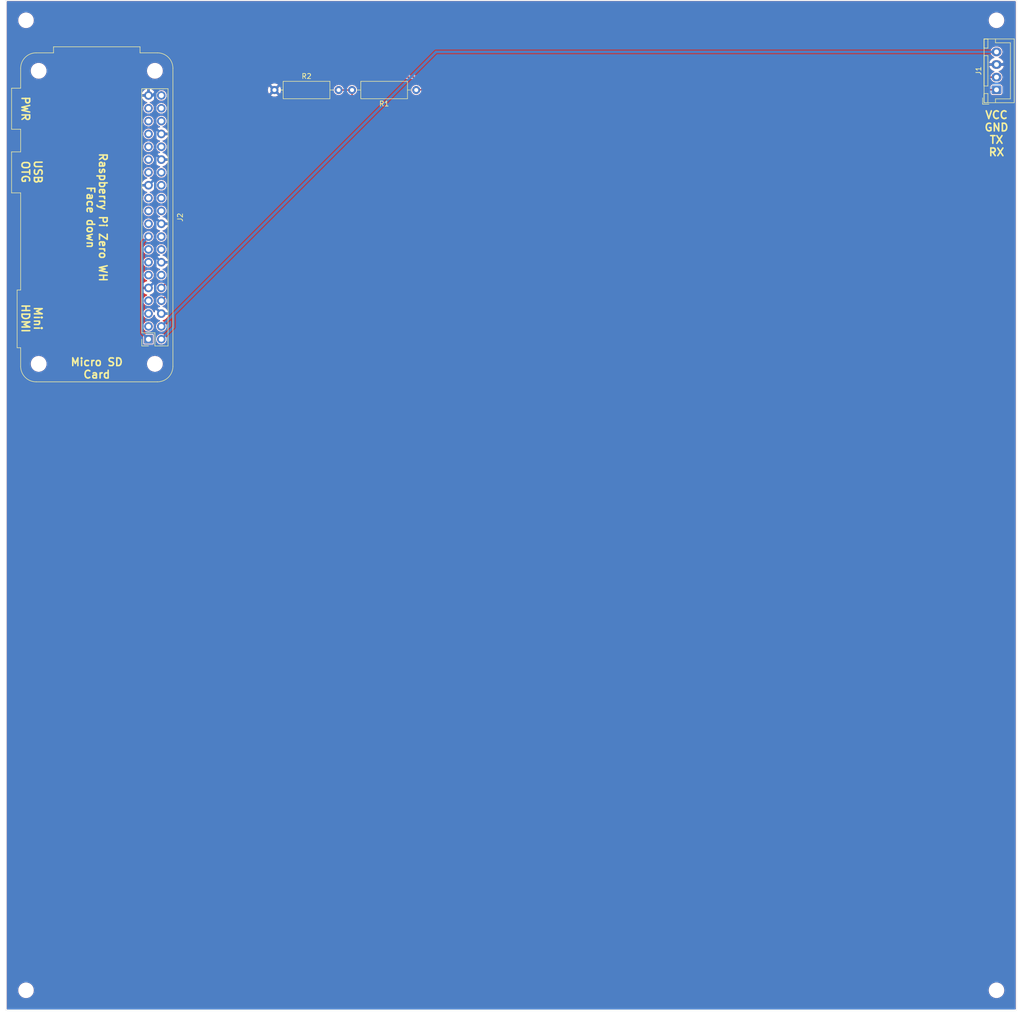
<source format=kicad_pcb>
(kicad_pcb (version 20240108) (generator "pcbnew") (generator_version "8.0")
  (title_block (rev "1"))
  (layers (0 "F.Cu" mixed) (31 "B.Cu" mixed) (34 "B.Paste" user) (35 "F.Paste" user) (36 "B.SilkS" user "B.Silkscreen") (37 "F.SilkS" user "F.Silkscreen") (38 "B.Mask" user) (39 "F.Mask" user) (44 "Edge.Cuts" user))
  (net 0 "")
  (net 1 "GND")
  (net 2 "+5V")
  (net 3 "+3.3V")
  (net 30 "/RX")
  (net 31 "/TX")
  (net 32 "Net-(J1-Pin_1)")
  (footprint "MountingHole:MountingHole_2.7mm_M2.5" (layer "F.Cu") (at 246 54)
    (property "Reference" "H2" (hide yes))
    (property "Value" "MountingHole")
    (pad "" np_thru_hole circle (at 0 0) (size 2.7 2.7) (drill 2.7) (layers "*.Cu" "*.Mask"))
  )
  (footprint "Project Library:Raspberry_Pi_Zero_Socketed_THT_FaceDown_MountingHoles" (layer "F.Cu") (at 68 93)
    (property "Reference" "J2" (at 16.5 0 90) (layer "F.SilkS"))
    (property "Value" "Raspberry_Pi_0")
    (fp_line (start -16.86 -25.56) (end -16.86 -17.44) (stroke (width 0.12)) (layer "F.SilkS"))
    (fp_line (start -16.86 -17.44) (end -15.06 -17.44) (stroke (width 0.12)) (layer "F.SilkS"))
    (fp_line (start -16.86 -12.96) (end -16.86 -4.84) (stroke (width 0.12)) (layer "F.SilkS"))
    (fp_line (start -16.86 -4.84) (end -15.06 -4.84) (stroke (width 0.12)) (layer "F.SilkS"))
    (fp_line (start -15.76 14.39) (end -15.76 25.81) (stroke (width 0.12)) (layer "F.SilkS"))
    (fp_line (start -15.76 25.81) (end -15.06 25.81) (stroke (width 0.12)) (layer "F.SilkS"))
    (fp_line (start -15.06 -29.5) (end -15.06 -25.56) (stroke (width 0.12)) (layer "F.SilkS"))
    (fp_line (start -15.06 -25.56) (end -16.86 -25.56) (stroke (width 0.12)) (layer "F.SilkS"))
    (fp_line (start -15.06 -17.44) (end -15.06 -12.96) (stroke (width 0.12)) (layer "F.SilkS"))
    (fp_line (start -15.06 -12.96) (end -16.86 -12.96) (stroke (width 0.12)) (layer "F.SilkS"))
    (fp_line (start -15.06 -4.84) (end -15.06 14.39) (stroke (width 0.12)) (layer "F.SilkS"))
    (fp_line (start -15.06 14.39) (end -15.76 14.39) (stroke (width 0.12)) (layer "F.SilkS"))
    (fp_line (start -15.06 25.81) (end -15.06 29.5) (stroke (width 0.12)) (layer "F.SilkS"))
    (fp_line (start -8.56 -33.76) (end -8.56 -32.56) (stroke (width 0.12)) (layer "F.SilkS"))
    (fp_line (start -8.56 -32.56) (end -12 -32.56) (stroke (width 0.12)) (layer "F.SilkS"))
    (fp_line (start 8.56 -33.76) (end -8.56 -33.76) (stroke (width 0.12)) (layer "F.SilkS"))
    (fp_line (start 8.56 -32.56) (end 8.56 -33.76) (stroke (width 0.12)) (layer "F.SilkS"))
    (fp_line (start 8.56 -32.56) (end 12 -32.56) (stroke (width 0.12)) (layer "F.SilkS"))
    (fp_line (start 8.9 22.86) (end 8.9 -25.46) (stroke (width 0.12)) (layer "F.SilkS"))
    (fp_line (start 8.9 25.46) (end 8.9 24.13) (stroke (width 0.12)) (layer "F.SilkS"))
    (fp_line (start 10.23 25.46) (end 8.9 25.46) (stroke (width 0.12)) (layer "F.SilkS"))
    (fp_line (start 11.5 22.86) (end 8.9 22.86) (stroke (width 0.12)) (layer "F.SilkS"))
    (fp_line (start 11.5 25.46) (end 11.5 22.86) (stroke (width 0.12)) (layer "F.SilkS"))
    (fp_line (start 12 32.56) (end -12 32.56) (stroke (width 0.12)) (layer "F.SilkS"))
    (fp_line (start 14.1 -25.46) (end 8.9 -25.46) (stroke (width 0.12)) (layer "F.SilkS"))
    (fp_line (start 14.1 25.46) (end 11.5 25.46) (stroke (width 0.12)) (layer "F.SilkS"))
    (fp_line (start 14.1 25.46) (end 14.1 -25.46) (stroke (width 0.12)) (layer "F.SilkS"))
    (fp_line (start 15.06 -29.5) (end 15.06 29.5) (stroke (width 0.12)) (layer "F.SilkS"))
    (fp_arc (start -15.06 -29.5) (mid -14.163747 -31.663747) (end -12 -32.56) (stroke (width 0.12)) (layer "F.SilkS"))
    (fp_arc (start -12 32.56) (mid -14.163747 31.663747) (end -15.06 29.5) (stroke (width 0.12)) (layer "F.SilkS"))
    (fp_arc (start 12 -32.56) (mid 14.163747 -31.663747) (end 15.06 -29.5) (stroke (width 0.12)) (layer "F.SilkS"))
    (fp_arc (start 15.06 29.5) (mid 14.163747 31.663747) (end 12 32.56) (stroke (width 0.12)) (layer "F.SilkS"))
    (pad "" np_thru_hole circle (at -11.5 -29 270) (size 2.75 2.75) (drill 2.75) (layers "*.Cu" "*.Mask"))
    (pad "" np_thru_hole circle (at -11.5 29 270) (size 2.75 2.75) (drill 2.75) (layers "*.Cu" "*.Mask"))
    (pad "" np_thru_hole circle (at 11.5 -29 270) (size 2.75 2.75) (drill 2.75) (layers "*.Cu" "*.Mask"))
    (pad "" np_thru_hole circle (at 11.5 29 270) (size 2.75 2.75) (drill 2.75) (layers "*.Cu" "*.Mask"))
    (pad "1" thru_hole rect (at 10.23 24.13 180) (size 1.7 1.7) (drill 1) (layers "*.Cu" "*.Mask") (net 3 "+3.3V"))
    (pad "2" thru_hole oval (at 12.77 24.13 180) (size 1.7 1.7) (drill 1) (layers "*.Cu" "*.Mask") (net 2 "+5V"))
    (pad "3" thru_hole oval (at 10.23 21.59 180) (size 1.7 1.7) (drill 1) (layers "*.Cu" "*.Mask"))
    (pad "4" thru_hole oval (at 12.77 21.59 180) (size 1.7 1.7) (drill 1) (layers "*.Cu" "*.Mask") (net 2 "+5V"))
    (pad "5" thru_hole oval (at 10.23 19.05 180) (size 1.7 1.7) (drill 1) (layers "*.Cu" "*.Mask"))
    (pad "6" thru_hole oval (at 12.77 19.05 180) (size 1.7 1.7) (drill 1) (layers "*.Cu" "*.Mask") (net 1 "GND"))
    (pad "7" thru_hole oval (at 10.23 16.51 180) (size 1.7 1.7) (drill 1) (layers "*.Cu" "*.Mask"))
    (pad "8" thru_hole oval (at 12.77 16.51 180) (size 1.7 1.7) (drill 1) (layers "*.Cu" "*.Mask") (net 31 "/TX"))
    (pad "9" thru_hole oval (at 10.23 13.97 180) (size 1.7 1.7) (drill 1) (layers "*.Cu" "*.Mask") (net 1 "GND"))
    (pad "10" thru_hole oval (at 12.77 13.97 180) (size 1.7 1.7) (drill 1) (layers "*.Cu" "*.Mask") (net 30 "/RX"))
    (pad "11" thru_hole oval (at 10.23 11.43 180) (size 1.7 1.7) (drill 1) (layers "*.Cu" "*.Mask"))
    (pad "12" thru_hole oval (at 12.77 11.43 180) (size 1.7 1.7) (drill 1) (layers "*.Cu" "*.Mask"))
    (pad "13" thru_hole oval (at 10.23 8.89 180) (size 1.7 1.7) (drill 1) (layers "*.Cu" "*.Mask"))
    (pad "14" thru_hole oval (at 12.77 8.89 180) (size 1.7 1.7) (drill 1) (layers "*.Cu" "*.Mask") (net 1 "GND"))
    (pad "15" thru_hole oval (at 10.23 6.35 180) (size 1.7 1.7) (drill 1) (layers "*.Cu" "*.Mask"))
    (pad "16" thru_hole oval (at 12.77 6.35 180) (size 1.7 1.7) (drill 1) (layers "*.Cu" "*.Mask"))
    (pad "17" thru_hole oval (at 10.23 3.81 180) (size 1.7 1.7) (drill 1) (layers "*.Cu" "*.Mask") (net 3 "+3.3V"))
    (pad "18" thru_hole oval (at 12.77 3.81 180) (size 1.7 1.7) (drill 1) (layers "*.Cu" "*.Mask"))
    (pad "19" thru_hole oval (at 10.23 1.27 180) (size 1.7 1.7) (drill 1) (layers "*.Cu" "*.Mask"))
    (pad "20" thru_hole oval (at 12.77 1.27 180) (size 1.7 1.7) (drill 1) (layers "*.Cu" "*.Mask") (net 1 "GND"))
    (pad "21" thru_hole oval (at 10.23 -1.27 180) (size 1.7 1.7) (drill 1) (layers "*.Cu" "*.Mask"))
    (pad "22" thru_hole oval (at 12.77 -1.27 180) (size 1.7 1.7) (drill 1) (layers "*.Cu" "*.Mask"))
    (pad "23" thru_hole oval (at 10.23 -3.81 180) (size 1.7 1.7) (drill 1) (layers "*.Cu" "*.Mask"))
    (pad "24" thru_hole oval (at 12.77 -3.81 180) (size 1.7 1.7) (drill 1) (layers "*.Cu" "*.Mask"))
    (pad "25" thru_hole oval (at 10.23 -6.35 180) (size 1.7 1.7) (drill 1) (layers "*.Cu" "*.Mask") (net 1 "GND"))
    (pad "26" thru_hole oval (at 12.77 -6.35 180) (size 1.7 1.7) (drill 1) (layers "*.Cu" "*.Mask"))
    (pad "27" thru_hole oval (at 10.23 -8.89 180) (size 1.7 1.7) (drill 1) (layers "*.Cu" "*.Mask"))
    (pad "28" thru_hole oval (at 12.77 -8.89 180) (size 1.7 1.7) (drill 1) (layers "*.Cu" "*.Mask"))
    (pad "29" thru_hole oval (at 10.23 -11.43 180) (size 1.7 1.7) (drill 1) (layers "*.Cu" "*.Mask"))
    (pad "30" thru_hole oval (at 12.77 -11.43 180) (size 1.7 1.7) (drill 1) (layers "*.Cu" "*.Mask") (net 1 "GND"))
    (pad "31" thru_hole oval (at 10.23 -13.97 180) (size 1.7 1.7) (drill 1) (layers "*.Cu" "*.Mask"))
    (pad "32" thru_hole oval (at 12.77 -13.97 180) (size 1.7 1.7) (drill 1) (layers "*.Cu" "*.Mask"))
    (pad "33" thru_hole oval (at 10.23 -16.51 180) (size 1.7 1.7) (drill 1) (layers "*.Cu" "*.Mask"))
    (pad "34" thru_hole oval (at 12.77 -16.51 180) (size 1.7 1.7) (drill 1) (layers "*.Cu" "*.Mask") (net 1 "GND"))
    (pad "35" thru_hole oval (at 10.23 -19.05 180) (size 1.7 1.7) (drill 1) (layers "*.Cu" "*.Mask"))
    (pad "36" thru_hole oval (at 12.77 -19.05 180) (size 1.7 1.7) (drill 1) (layers "*.Cu" "*.Mask"))
    (pad "37" thru_hole oval (at 10.23 -21.59 180) (size 1.7 1.7) (drill 1) (layers "*.Cu" "*.Mask"))
    (pad "38" thru_hole oval (at 12.77 -21.59 180) (size 1.7 1.7) (drill 1) (layers "*.Cu" "*.Mask"))
    (pad "39" thru_hole oval (at 10.23 -24.13 180) (size 1.7 1.7) (drill 1) (layers "*.Cu" "*.Mask") (net 1 "GND"))
    (pad "40" thru_hole oval (at 12.77 -24.13 180) (size 1.7 1.7) (drill 1) (layers "*.Cu" "*.Mask"))
  )
  (footprint "Connector_JST:JST_XH_B4B-XH-A_1x04_P2.50mm_Vertical" (layer "F.Cu") (at 246 67.75 90)
    (property "Reference" "J1" (at 3.75 -3.55 90) (layer "F.SilkS"))
    (property "Value" "Conn_01x04_Pin")
    (fp_line (start -1.6 -2.75) (end -2.85 -2.75) (stroke (width 0.12)) (layer "F.SilkS"))
    (fp_line (start -2.85 -2.75) (end -2.85 -1.5) (stroke (width 0.12)) (layer "F.SilkS"))
    (fp_line (start 10.06 -2.46) (end -2.56 -2.46) (stroke (width 0.12)) (layer "F.SilkS"))
    (fp_line (start -2.56 -2.46) (end -2.56 3.51) (stroke (width 0.12)) (layer "F.SilkS"))
    (fp_line (start 10.05 -2.45) (end 8.25 -2.45) (stroke (width 0.12)) (layer "F.SilkS"))
    (fp_line (start 8.25 -2.45) (end 8.25 -1.7) (stroke (width 0.12)) (layer "F.SilkS"))
    (fp_line (start 6.75 -2.45) (end 0.75 -2.45) (stroke (width 0.12)) (layer "F.SilkS"))
    (fp_line (start 0.75 -2.45) (end 0.75 -1.7) (stroke (width 0.12)) (layer "F.SilkS"))
    (fp_line (start -0.75 -2.45) (end -2.55 -2.45) (stroke (width 0.12)) (layer "F.SilkS"))
    (fp_line (start -2.55 -2.45) (end -2.55 -1.7) (stroke (width 0.12)) (layer "F.SilkS"))
    (fp_line (start 10.05 -1.7) (end 10.05 -2.45) (stroke (width 0.12)) (layer "F.SilkS"))
    (fp_line (start 8.25 -1.7) (end 10.05 -1.7) (stroke (width 0.12)) (layer "F.SilkS"))
    (fp_line (start 6.75 -1.7) (end 6.75 -2.45) (stroke (width 0.12)) (layer "F.SilkS"))
    (fp_line (start 0.75 -1.7) (end 6.75 -1.7) (stroke (width 0.12)) (layer "F.SilkS"))
    (fp_line (start -0.75 -1.7) (end -0.75 -2.45) (stroke (width 0.12)) (layer "F.SilkS"))
    (fp_line (start -2.55 -1.7) (end -0.75 -1.7) (stroke (width 0.12)) (layer "F.SilkS"))
    (fp_line (start 10.05 -0.2) (end 9.3 -0.2) (stroke (width 0.12)) (layer "F.SilkS"))
    (fp_line (start 9.3 -0.2) (end 9.3 2.75) (stroke (width 0.12)) (layer "F.SilkS"))
    (fp_line (start -1.8 -0.2) (end -1.8 2.75) (stroke (width 0.12)) (layer "F.SilkS"))
    (fp_line (start -2.55 -0.2) (end -1.8 -0.2) (stroke (width 0.12)) (layer "F.SilkS"))
    (fp_line (start 9.3 2.75) (end 3.75 2.75) (stroke (width 0.12)) (layer "F.SilkS"))
    (fp_line (start -1.8 2.75) (end 3.75 2.75) (stroke (width 0.12)) (layer "F.SilkS"))
    (fp_line (start 10.06 3.51) (end 10.06 -2.46) (stroke (width 0.12)) (layer "F.SilkS"))
    (fp_line (start -2.56 3.51) (end 10.06 3.51) (stroke (width 0.12)) (layer "F.SilkS"))
    (pad "1" thru_hole roundrect (at 0 0 90) (size 1.7 1.95) (drill 0.95) (layers "*.Cu" "*.Mask") (roundrect_rratio 0.147059) (net 32 "Net-(J1-Pin_1)"))
    (pad "2" thru_hole oval (at 2.5 0 90) (size 1.7 1.95) (drill 0.95) (layers "*.Cu" "*.Mask") (net 31 "/TX"))
    (pad "3" thru_hole oval (at 5 0 90) (size 1.7 1.95) (drill 0.95) (layers "*.Cu" "*.Mask") (net 1 "GND"))
    (pad "4" thru_hole oval (at 7.5 0 90) (size 1.7 1.95) (drill 0.95) (layers "*.Cu" "*.Mask") (net 2 "+5V"))
  )
  (footprint "Resistor_THT:R_Axial_DIN0309_L9.0mm_D3.2mm_P12.70mm_Horizontal" (layer "F.Cu") (at 131.2 67.8 180)
    (property "Reference" "R1" (at 6.35 -2.72 360) (layer "F.SilkS"))
    (property "Value" "5.1K")
    (fp_line (start 11.66 0) (end 10.97 0) (stroke (width 0.12)) (layer "F.SilkS"))
    (fp_line (start 10.97 1.72) (end 10.97 -1.72) (stroke (width 0.12)) (layer "F.SilkS"))
    (fp_line (start 10.97 -1.72) (end 1.73 -1.72) (stroke (width 0.12)) (layer "F.SilkS"))
    (fp_line (start 1.73 1.72) (end 10.97 1.72) (stroke (width 0.12)) (layer "F.SilkS"))
    (fp_line (start 1.73 -1.72) (end 1.73 1.72) (stroke (width 0.12)) (layer "F.SilkS"))
    (fp_line (start 1.04 0) (end 1.73 0) (stroke (width 0.12)) (layer "F.SilkS"))
    (pad "1" thru_hole circle (at 0 0 180) (size 1.6 1.6) (drill 0.8) (layers "*.Cu" "*.Mask") (net 32 "Net-(J1-Pin_1)"))
    (pad "2" thru_hole oval (at 12.7 0 180) (size 1.6 1.6) (drill 0.8) (layers "*.Cu" "*.Mask") (net 30 "/RX"))
  )
  (footprint "MountingHole:MountingHole_2.7mm_M2.5" (layer "F.Cu") (at 54 246)
    (property "Reference" "H4" (hide yes))
    (property "Value" "MountingHole")
    (pad "" np_thru_hole circle (at 0 0) (size 2.7 2.7) (drill 2.7) (layers "*.Cu" "*.Mask"))
  )
  (footprint "Resistor_THT:R_Axial_DIN0309_L9.0mm_D3.2mm_P12.70mm_Horizontal" (layer "F.Cu") (at 103.15 67.8)
    (property "Reference" "R2" (at 6.35 -2.72 0) (layer "F.SilkS"))
    (property "Value" "5.1K")
    (fp_line (start 1.04 0) (end 1.73 0) (stroke (width 0.12)) (layer "F.SilkS"))
    (fp_line (start 1.73 -1.72) (end 1.73 1.72) (stroke (width 0.12)) (layer "F.SilkS"))
    (fp_line (start 1.73 1.72) (end 10.97 1.72) (stroke (width 0.12)) (layer "F.SilkS"))
    (fp_line (start 10.97 -1.72) (end 1.73 -1.72) (stroke (width 0.12)) (layer "F.SilkS"))
    (fp_line (start 10.97 1.72) (end 10.97 -1.72) (stroke (width 0.12)) (layer "F.SilkS"))
    (fp_line (start 11.66 0) (end 10.97 0) (stroke (width 0.12)) (layer "F.SilkS"))
    (pad "1" thru_hole circle (at 0 0) (size 1.6 1.6) (drill 0.8) (layers "*.Cu" "*.Mask") (net 1 "GND"))
    (pad "2" thru_hole oval (at 12.7 0) (size 1.6 1.6) (drill 0.8) (layers "*.Cu" "*.Mask") (net 30 "/RX"))
  )
  (footprint "MountingHole:MountingHole_2.7mm_M2.5" (layer "F.Cu") (at 246 246)
    (property "Reference" "H3" (hide yes))
    (property "Value" "MountingHole")
    (pad "" np_thru_hole circle (at 0 0) (size 2.7 2.7) (drill 2.7) (layers "*.Cu" "*.Mask"))
  )
  (footprint "MountingHole:MountingHole_2.7mm_M2.5" (layer "F.Cu") (at 54 54)
    (property "Reference" "H1" (hide yes))
    (property "Value" "MountingHole")
    (pad "" np_thru_hole circle (at 0 0) (size 2.7 2.7) (drill 2.7) (layers "*.Cu" "*.Mask"))
  )
  (gr_rect (start 50 50) (end 250 250) (stroke (width 0.0381)) (fill none) (layer "Edge.Cuts"))
  (gr_text "Raspberry Pi Zero WH\nFace down" (at 68 93 -90) (layer "F.SilkS") (effects (font (size 1.524 1.524) (thickness 0.3048) (bold yes))))
  (gr_text "Micro SD\nCard" (at 68 125 0) (layer "F.SilkS") (effects (font (size 1.524 1.524) (thickness 0.3048) (bold yes)) (justify bottom)))
  (gr_text "Mini\nHDMI" (at 53 113 270) (layer "F.SilkS") (effects (font (size 1.524 1.524) (thickness 0.3048) (bold yes)) (justify bottom)))
  (gr_text "PWR" (at 53 71.5 270) (layer "F.SilkS") (effects (font (size 1.524 1.524) (thickness 0.3048) (bold yes)) (justify bottom)))
  (gr_text "USB\nOTG" (at 53 84 270) (layer "F.SilkS") (effects (font (size 1.524 1.524) (thickness 0.3048) (bold yes)) (justify bottom)))
  (gr_text "VCC\nGND\nTX\nRX" (at 246 81 0) (layer "F.SilkS") (effects (font (size 1.524 1.524) (thickness 0.3048) (bold yes)) (justify bottom)))
  (segment (start 101 60) (end 99 58) (width 0.508) (layer "B.Cu") (net 1))
  (segment (start 79.566 79) (end 79.566 74) (width 0.508) (layer "B.Cu") (net 1))
  (segment (start 99 58) (end 100.4 58) (width 0.508) (layer "B.Cu") (net 1))
  (segment (start 80.77 76.49) (end 79.566 75.286) (width 0.508) (layer "B.Cu") (net 1))
  (segment (start 78.23 68.87) (end 79.067286 68.87) (width 0.508) (layer "B.Cu") (net 1))
  (segment (start 79.566 99.5) (end 79.566 91) (width 0.508) (layer "B.Cu") (net 1))
  (segment (start 79.566 80.366) (end 79.566 79) (width 0.508) (layer "B.Cu") (net 1))
  (segment (start 248.5 60) (end 246.5 58) (width 0.508) (layer "B.Cu") (net 1))
  (segment (start 101 65.65) (end 101 60) (width 0.508) (layer "B.Cu") (net 1))
  (segment (start 79.566 74) (end 79.566 68.371286) (width 0.508) (layer "B.Cu") (net 1))
  (segment (start 103.15 67.8) (end 101 65.65) (width 0.508) (layer "B.Cu") (net 1))
  (segment (start 80.77 81.57) (end 79.566 80.366) (width 0.508) (layer "B.Cu") (net 1))
  (segment (start 79.067286 68.87) (end 79.566 68.371286) (width 0.508) (layer "B.Cu") (net 1))
  (segment (start 248.5 61.5) (end 248.5 60) (width 0.508) (layer "B.Cu") (net 1))
  (segment (start 89.937286 58) (end 99 58) (width 0.508) (layer "B.Cu") (net 1))
  (segment (start 79.566 84.5) (end 79.566 79) (width 0.508) (layer "B.Cu") (net 1))
  (segment (start 246 62.75) (end 247.25 62.75) (width 0.508) (layer "B.Cu") (net 1))
  (segment (start 80.77 101.89) (end 79.566 100.686) (width 0.508) (layer "B.Cu") (net 1))
  (segment (start 78.23 106.97) (end 79.566 105.634) (width 0.508) (layer "B.Cu") (net 1))
  (segment (start 78.23 86.65) (end 79.566 85.314) (width 0.508) (layer "B.Cu") (net 1))
  (segment (start 80.77 94.27) (end 79.566 93.066) (width 0.508) (layer "B.Cu") (net 1))
  (segment (start 100.4 58) (end 246.5 58) (width 0.508) (layer "B.Cu") (net 1))
  (segment (start 80.77 112.05) (end 79.566 110.846) (width 0.508) (layer "B.Cu") (net 1))
  (segment (start 79.566 105.634) (end 79.566 104.5) (width 0.508) (layer "B.Cu") (net 1))
  (segment (start 79.566 85.314) (end 79.566 84.5) (width 0.508) (layer "B.Cu") (net 1))
  (segment (start 247.25 62.75) (end 248.5 61.5) (width 0.508) (layer "B.Cu") (net 1))
  (segment (start 79.566 100.686) (end 79.566 99.5) (width 0.508) (layer "B.Cu") (net 1))
  (segment (start 79.566 110.846) (end 79.566 104.5) (width 0.508) (layer "B.Cu") (net 1))
  (segment (start 79.566 104.5) (end 79.566 99.5) (width 0.508) (layer "B.Cu") (net 1))
  (segment (start 79.566 75.286) (end 79.566 74) (width 0.508) (layer "B.Cu") (net 1))
  (segment (start 79.566 93.066) (end 79.566 91) (width 0.508) (layer "B.Cu") (net 1))
  (segment (start 79.566 91) (end 79.566 84.5) (width 0.508) (layer "B.Cu") (net 1))
  (segment (start 79.566 68.371286) (end 89.937286 58) (width 0.508) (layer "B.Cu") (net 1))
  (segment (start 135.11 60.25) (end 83.18 112.18) (width 0.508) (layer "B.Cu") (net 2))
  (segment (start 80.77 117.13) (end 83.18 114.72) (width 0.508) (layer "B.Cu") (net 2))
  (segment (start 246 60.25) (end 135.11 60.25) (width 0.508) (layer "B.Cu") (net 2))
  (segment (start 83.18 114.72) (end 83.18 112.18) (width 0.508) (layer "B.Cu") (net 2))
  (segment (start 83.18 112.18) (end 80.77 114.59) (width 0.508) (layer "B.Cu") (net 2))
  (segment (start 77.026 115.926) (end 77.026 98.014) (width 0.508) (layer "B.Cu") (net 3))
  (segment (start 78.23 117.13) (end 77.026 115.926) (width 0.508) (layer "B.Cu") (net 3))
  (segment (start 77.026 98.014) (end 78.23 96.81) (width 0.508) (layer "B.Cu") (net 3))
  (segment (start 118.5 67.8) (end 115.85 67.8) (width 0.254) (layer "F.Cu") (net 30))
  (segment (start 80.77 106.97) (end 118.5 69.24) (width 0.254) (layer "F.Cu") (net 30))
  (segment (start 118.5 69.24) (end 118.5 67.8) (width 0.254) (layer "F.Cu") (net 30))
  (segment (start 125.03 65.25) (end 80.77 109.51) (width 0.254) (layer "F.Cu") (net 31))
  (segment (start 246 65.25) (end 125.03 65.25) (width 0.254) (layer "F.Cu") (net 31))
  (segment (start 246 67.75) (end 131.25 67.75) (width 0.254) (layer "F.Cu") (net 32))
  (segment (start 131.25 67.75) (end 131.2 67.8) (width 0.254) (layer "F.Cu") (net 32))
  (zone (net 1) (net_name "GND") (layers "F&B.Cu") (connect_pads (clearance 0.508)) (min_thickness 0.25) (fill yes (thermal_gap 0.5) (thermal_bridge_width 0.5))
    (polygon (pts (xy 50 50) (xy 250 50) (xy 250 250) (xy 50 250)))
  )
  (zone (net 1) (net_name "GND") (layer "B.Cu") (priority 1) (connect_pads (clearance 0.508)) (min_thickness 0.25) (fill yes (thermal_gap 0.5) (thermal_bridge_width 0.5))
    (polygon (pts (xy 50 50) (xy 250 50) (xy 250 250) (xy 50 250)))
  )
)
</source>
